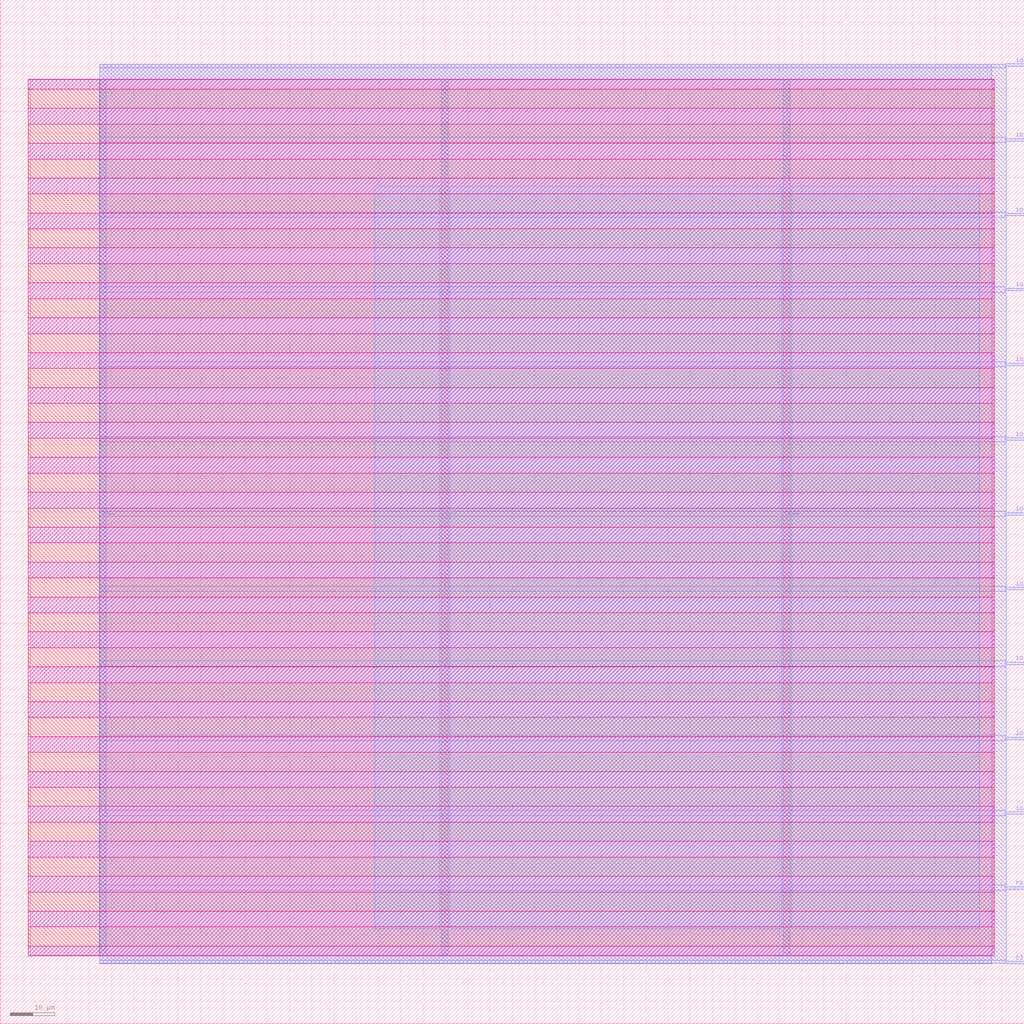
<source format=lef>
VERSION 5.7 ;
  NOWIREEXTENSIONATPIN ON ;
  DIVIDERCHAR "/" ;
  BUSBITCHARS "[]" ;
MACRO tholin_avalonsemi_tbb1143
  CLASS BLOCK ;
  FOREIGN tholin_avalonsemi_tbb1143 ;
  ORIGIN 0.000 0.000 ;
  SIZE 230.000 BY 230.000 ;
  PIN clk
    DIRECTION INPUT ;
    USE SIGNAL ;
    ANTENNAGATEAREA 2.352000 ;
    ANTENNADIFFAREA 0.438500 ;
    PORT
      LAYER Metal3 ;
        RECT 226.000 13.440 230.000 14.000 ;
    END
  END clk
  PIN io_in[0]
    DIRECTION INPUT ;
    USE SIGNAL ;
    ANTENNAGATEAREA 0.666400 ;
    ANTENNADIFFAREA 0.438500 ;
    PORT
      LAYER Metal3 ;
        RECT 226.000 47.040 230.000 47.600 ;
    END
  END io_in[0]
  PIN io_in[1]
    DIRECTION INPUT ;
    USE SIGNAL ;
    ANTENNAGATEAREA 0.666400 ;
    ANTENNADIFFAREA 0.438500 ;
    PORT
      LAYER Metal3 ;
        RECT 226.000 63.840 230.000 64.400 ;
    END
  END io_in[1]
  PIN io_in[2]
    DIRECTION INPUT ;
    USE SIGNAL ;
    ANTENNAGATEAREA 0.666400 ;
    ANTENNADIFFAREA 0.438500 ;
    PORT
      LAYER Metal3 ;
        RECT 226.000 80.640 230.000 81.200 ;
    END
  END io_in[2]
  PIN io_in[3]
    DIRECTION INPUT ;
    USE SIGNAL ;
    ANTENNAGATEAREA 1.332800 ;
    ANTENNADIFFAREA 0.877000 ;
    PORT
      LAYER Metal3 ;
        RECT 226.000 97.440 230.000 98.000 ;
    END
  END io_in[3]
  PIN io_in[4]
    DIRECTION INPUT ;
    USE SIGNAL ;
    ANTENNAGATEAREA 1.332800 ;
    ANTENNADIFFAREA 0.877000 ;
    PORT
      LAYER Metal3 ;
        RECT 226.000 114.240 230.000 114.800 ;
    END
  END io_in[4]
  PIN io_in[5]
    DIRECTION INPUT ;
    USE SIGNAL ;
    ANTENNAGATEAREA 0.666400 ;
    ANTENNADIFFAREA 0.438500 ;
    PORT
      LAYER Metal3 ;
        RECT 226.000 131.040 230.000 131.600 ;
    END
  END io_in[5]
  PIN io_out[0]
    DIRECTION OUTPUT ;
    USE SIGNAL ;
    ANTENNADIFFAREA 6.583500 ;
    PORT
      LAYER Metal3 ;
        RECT 226.000 147.840 230.000 148.400 ;
    END
  END io_out[0]
  PIN io_out[1]
    DIRECTION OUTPUT ;
    USE SIGNAL ;
    ANTENNADIFFAREA 6.583500 ;
    PORT
      LAYER Metal3 ;
        RECT 226.000 164.640 230.000 165.200 ;
    END
  END io_out[1]
  PIN io_out[2]
    DIRECTION OUTPUT ;
    USE SIGNAL ;
    ANTENNADIFFAREA 6.583500 ;
    PORT
      LAYER Metal3 ;
        RECT 226.000 181.440 230.000 182.000 ;
    END
  END io_out[2]
  PIN io_out[3]
    DIRECTION OUTPUT ;
    USE SIGNAL ;
    ANTENNADIFFAREA 6.583500 ;
    PORT
      LAYER Metal3 ;
        RECT 226.000 198.240 230.000 198.800 ;
    END
  END io_out[3]
  PIN io_out[4]
    DIRECTION OUTPUT ;
    USE SIGNAL ;
    ANTENNADIFFAREA 6.583500 ;
    PORT
      LAYER Metal3 ;
        RECT 226.000 215.040 230.000 215.600 ;
    END
  END io_out[4]
  PIN rst_n
    DIRECTION INPUT ;
    USE SIGNAL ;
    ANTENNAGATEAREA 0.666400 ;
    ANTENNADIFFAREA 0.438500 ;
    PORT
      LAYER Metal3 ;
        RECT 226.000 30.240 230.000 30.800 ;
    END
  END rst_n
  PIN vdd
    DIRECTION INOUT ;
    USE POWER ;
    PORT
      LAYER Metal4 ;
        RECT 22.240 15.380 23.840 211.980 ;
    END
    PORT
      LAYER Metal4 ;
        RECT 175.840 15.380 177.440 211.980 ;
    END
  END vdd
  PIN vss
    DIRECTION INOUT ;
    USE GROUND ;
    PORT
      LAYER Metal4 ;
        RECT 99.040 15.380 100.640 211.980 ;
    END
  END vss
  OBS
      LAYER Pwell ;
        RECT 6.290 209.910 223.310 212.110 ;
      LAYER Nwell ;
        RECT 6.290 205.610 223.310 209.910 ;
      LAYER Pwell ;
        RECT 6.290 202.070 223.310 205.610 ;
      LAYER Nwell ;
        RECT 6.290 197.770 223.310 202.070 ;
      LAYER Pwell ;
        RECT 6.290 194.230 223.310 197.770 ;
      LAYER Nwell ;
        RECT 6.290 189.930 223.310 194.230 ;
      LAYER Pwell ;
        RECT 6.290 186.390 223.310 189.930 ;
      LAYER Nwell ;
        RECT 6.290 182.090 223.310 186.390 ;
      LAYER Pwell ;
        RECT 6.290 178.550 223.310 182.090 ;
      LAYER Nwell ;
        RECT 6.290 174.250 223.310 178.550 ;
      LAYER Pwell ;
        RECT 6.290 170.710 223.310 174.250 ;
      LAYER Nwell ;
        RECT 6.290 166.410 223.310 170.710 ;
      LAYER Pwell ;
        RECT 6.290 162.870 223.310 166.410 ;
      LAYER Nwell ;
        RECT 6.290 158.570 223.310 162.870 ;
      LAYER Pwell ;
        RECT 6.290 155.030 223.310 158.570 ;
      LAYER Nwell ;
        RECT 6.290 150.730 223.310 155.030 ;
      LAYER Pwell ;
        RECT 6.290 147.190 223.310 150.730 ;
      LAYER Nwell ;
        RECT 6.290 142.890 223.310 147.190 ;
      LAYER Pwell ;
        RECT 6.290 139.350 223.310 142.890 ;
      LAYER Nwell ;
        RECT 6.290 135.050 223.310 139.350 ;
      LAYER Pwell ;
        RECT 6.290 131.510 223.310 135.050 ;
      LAYER Nwell ;
        RECT 6.290 127.210 223.310 131.510 ;
      LAYER Pwell ;
        RECT 6.290 123.670 223.310 127.210 ;
      LAYER Nwell ;
        RECT 6.290 119.370 223.310 123.670 ;
      LAYER Pwell ;
        RECT 6.290 115.830 223.310 119.370 ;
      LAYER Nwell ;
        RECT 6.290 111.530 223.310 115.830 ;
      LAYER Pwell ;
        RECT 6.290 107.990 223.310 111.530 ;
      LAYER Nwell ;
        RECT 6.290 103.690 223.310 107.990 ;
      LAYER Pwell ;
        RECT 6.290 100.150 223.310 103.690 ;
      LAYER Nwell ;
        RECT 6.290 95.850 223.310 100.150 ;
      LAYER Pwell ;
        RECT 6.290 92.310 223.310 95.850 ;
      LAYER Nwell ;
        RECT 6.290 88.010 223.310 92.310 ;
      LAYER Pwell ;
        RECT 6.290 84.470 223.310 88.010 ;
      LAYER Nwell ;
        RECT 6.290 80.170 223.310 84.470 ;
      LAYER Pwell ;
        RECT 6.290 76.630 223.310 80.170 ;
      LAYER Nwell ;
        RECT 6.290 72.330 223.310 76.630 ;
      LAYER Pwell ;
        RECT 6.290 68.790 223.310 72.330 ;
      LAYER Nwell ;
        RECT 6.290 64.490 223.310 68.790 ;
      LAYER Pwell ;
        RECT 6.290 60.950 223.310 64.490 ;
      LAYER Nwell ;
        RECT 6.290 56.650 223.310 60.950 ;
      LAYER Pwell ;
        RECT 6.290 53.110 223.310 56.650 ;
      LAYER Nwell ;
        RECT 6.290 48.810 223.310 53.110 ;
      LAYER Pwell ;
        RECT 6.290 45.270 223.310 48.810 ;
      LAYER Nwell ;
        RECT 6.290 40.970 223.310 45.270 ;
      LAYER Pwell ;
        RECT 6.290 37.430 223.310 40.970 ;
      LAYER Nwell ;
        RECT 6.290 33.130 223.310 37.430 ;
      LAYER Pwell ;
        RECT 6.290 29.590 223.310 33.130 ;
      LAYER Nwell ;
        RECT 6.290 25.290 223.310 29.590 ;
      LAYER Pwell ;
        RECT 6.290 21.750 223.310 25.290 ;
      LAYER Nwell ;
        RECT 6.290 17.450 223.310 21.750 ;
      LAYER Pwell ;
        RECT 6.290 15.250 223.310 17.450 ;
      LAYER Metal1 ;
        RECT 6.720 15.380 222.880 211.980 ;
      LAYER Metal2 ;
        RECT 22.380 13.530 222.740 215.510 ;
      LAYER Metal3 ;
        RECT 22.330 214.740 225.700 215.460 ;
        RECT 22.330 199.100 226.000 214.740 ;
        RECT 22.330 197.940 225.700 199.100 ;
        RECT 22.330 182.300 226.000 197.940 ;
        RECT 22.330 181.140 225.700 182.300 ;
        RECT 22.330 165.500 226.000 181.140 ;
        RECT 22.330 164.340 225.700 165.500 ;
        RECT 22.330 148.700 226.000 164.340 ;
        RECT 22.330 147.540 225.700 148.700 ;
        RECT 22.330 131.900 226.000 147.540 ;
        RECT 22.330 130.740 225.700 131.900 ;
        RECT 22.330 115.100 226.000 130.740 ;
        RECT 22.330 113.940 225.700 115.100 ;
        RECT 22.330 98.300 226.000 113.940 ;
        RECT 22.330 97.140 225.700 98.300 ;
        RECT 22.330 81.500 226.000 97.140 ;
        RECT 22.330 80.340 225.700 81.500 ;
        RECT 22.330 64.700 226.000 80.340 ;
        RECT 22.330 63.540 225.700 64.700 ;
        RECT 22.330 47.900 226.000 63.540 ;
        RECT 22.330 46.740 225.700 47.900 ;
        RECT 22.330 31.100 226.000 46.740 ;
        RECT 22.330 29.940 225.700 31.100 ;
        RECT 22.330 14.300 226.000 29.940 ;
        RECT 22.330 13.580 225.700 14.300 ;
      LAYER Metal4 ;
        RECT 84.140 21.370 98.740 188.070 ;
        RECT 100.940 21.370 175.540 188.070 ;
        RECT 177.740 21.370 219.940 188.070 ;
  END
END tholin_avalonsemi_tbb1143
END LIBRARY


</source>
